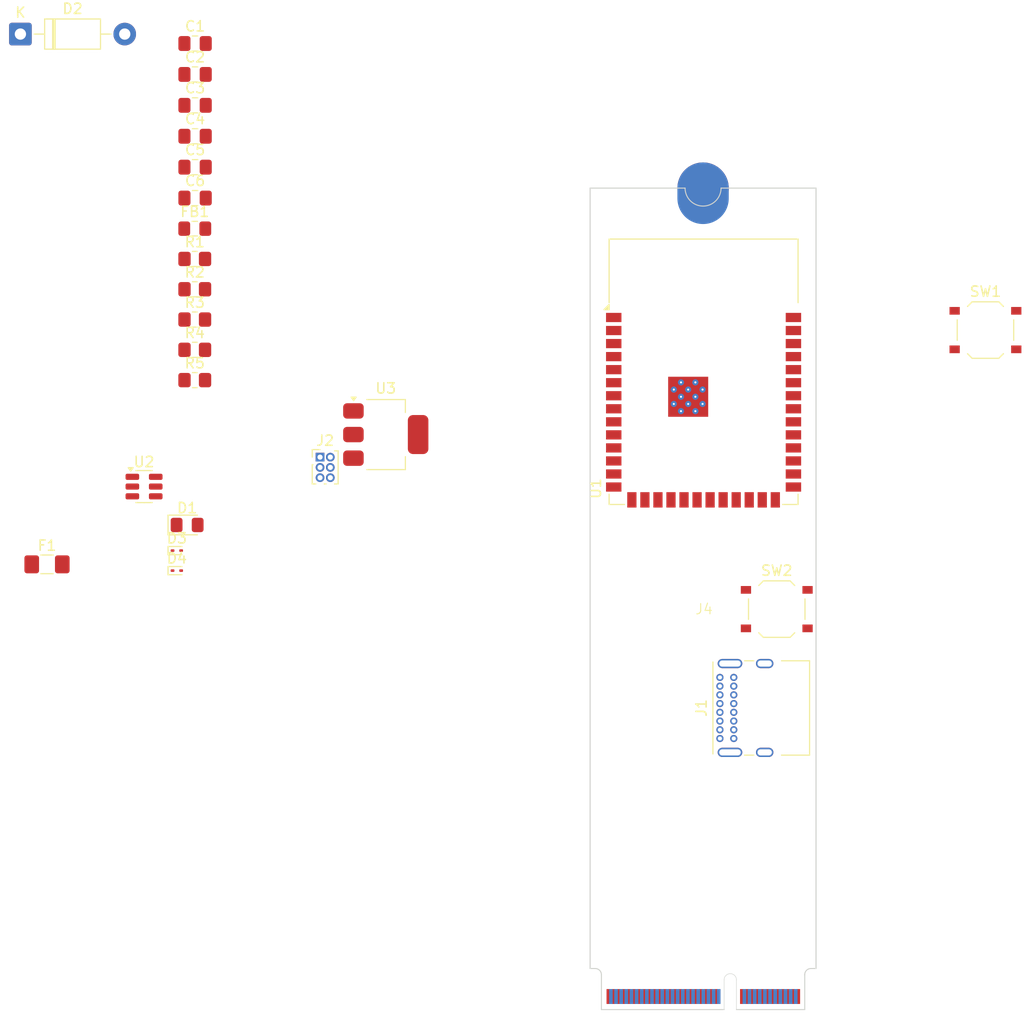
<source format=kicad_pcb>
(kicad_pcb (version 20241229) (generator "pcbnew") (generator_version "9.0")
  (layers (0 "F.Cu" signal) (4 "In1.Cu" signal) (6 "In2.Cu" signal) (2 "B.Cu" signal) (13 "F.Paste" user) (15 "B.Paste" user) (5 "F.SilkS" user "F.Silkscreen") (7 "B.SilkS" user "B.Silkscreen") (1 "F.Mask" user) (3 "B.Mask" user) (25 "Edge.Cuts" user))
  (net 0 "")
  (net 1 "GND")
  (net 2 "+5V")
  (net 3 "+3.3V")
  (net 4 "/ESP_EN")
  (net 5 "Net-(D1-A)")
  (net 6 "Net-(D2-A)")
  (net 7 "/ESP_IO0")
  (net 8 "Net-(F1-Pad1)")
  (net 9 "Net-(F1-Pad2)")
  (net 11 "/CC2")
  (net 12 "/D-")
  (net 13 "/D+")
  (net 15 "/CC1")
  (net 16 "/ESP_RXD")
  (net 17 "/ESP_TXD")
  (net 18 "Net-(U1-IO3)")
  (net 19 "/USB_D-")
  (net 20 "/USB_D+")
  (net 21 "Net-(J4-GND-Pad1)")
  (net 23 "Net-(J4-3.3V-Pad2)")
  (net 75 "/GPIO45")
  (net 76 "/GPIO15")
  (net 77 "/GPIO41")
  (net 78 "/GPIO13")
  (net 79 "/GPIO1")
  (net 80 "/GPIO17")
  (net 81 "/GPIO11")
  (net 82 "/GPIO2")
  (net 83 "/GPIO18")
  (net 84 "/GPIO40")
  (net 85 "/GPIO21")
  (net 86 "/GPIO39")
  (net 87 "/GPIO47")
  (net 88 "/GPIO12")
  (net 89 "/GPIO48")
  (net 90 "/GPIO8")
  (net 91 "/GPIO16")
  (net 92 "/GPIO5")
  (net 93 "/GPIO38")
  (net 94 "/GPIO35_P")
  (net 95 "/GPIO6")
  (net 96 "/GPIO36_P")
  (net 97 "/GPIO10")
  (net 98 "/GPIO4")
  (net 99 "/GPIO9")
  (net 100 "/GPIO14")
  (net 101 "/GPIO42")
  (net 102 "/GPIO37_P")
  (net 103 "/GPIO7")
  (net 104 "/GPIO46")
  (footprint "Resistor_SMD:R_0805_2012Metric_Pad1.20x1.40mm_HandSolder" (layer "F.Cu") (at 98.4 77.35)
    (property "Reference" "R4" (at 0 -1.65 0) (layer "F.SilkS"))
    (property "Value" "10k")
    (fp_line (start -0.227064 -0.735) (end 0.227064 -0.735) (stroke (width 0.12)) (layer "F.SilkS"))
    (fp_line (start -0.227064 0.735) (end 0.227064 0.735) (stroke (width 0.12)) (layer "F.SilkS"))
    (pad "1" smd roundrect (at -1 0) (size 1.2 1.4) (layers "F.Cu" "F.Mask" "F.Paste") (roundrect_rratio 0.208333) (net 3 "+3.3V"))
    (pad "2" smd roundrect (at 1 0) (size 1.2 1.4) (layers "F.Cu" "F.Mask" "F.Paste") (roundrect_rratio 0.208333) (net 4 "/ESP_EN"))
  )
  (footprint "Capacitor_SMD:C_0805_2012Metric_Pad1.18x1.45mm_HandSolder" (layer "F.Cu") (at 98.43 56.55)
    (property "Reference" "C4" (at 0 -1.68 0) (layer "F.SilkS"))
    (property "Value" "1u")
    (fp_line (start -0.261252 -0.735) (end 0.261252 -0.735) (stroke (width 0.12)) (layer "F.SilkS"))
    (fp_line (start -0.261252 0.735) (end 0.261252 0.735) (stroke (width 0.12)) (layer "F.SilkS"))
    (pad "1" smd roundrect (at -1.0375 0) (size 1.175 1.45) (layers "F.Cu" "F.Mask" "F.Paste") (roundrect_rratio 0.212766) (net 4 "/ESP_EN"))
    (pad "2" smd roundrect (at 1.0375 0) (size 1.175 1.45) (layers "F.Cu" "F.Mask" "F.Paste") (roundrect_rratio 0.212766) (net 1 "GND"))
  )
  (footprint "Connector_PinHeader_1.00mm:PinHeader_2x03_P1.00mm_Vertical" (layer "F.Cu") (at 110.6 87.8)
    (property "Reference" "J2" (at 0.5 -1.61 0) (layer "F.SilkS"))
    (property "Value" "Conn_02x03_Odd_Even")
    (fp_line (start -0.76 -0.735) (end 0 -0.735) (stroke (width 0.12)) (layer "F.SilkS"))
    (fp_line (start -0.76 0) (end -0.76 -0.735) (stroke (width 0.12)) (layer "F.SilkS"))
    (fp_line (start -0.76 0.735) (end -0.76 2.61) (stroke (width 0.12)) (layer "F.SilkS"))
    (fp_line (start -0.76 0.735) (end -0.685565 0.735) (stroke (width 0.12)) (layer "F.SilkS"))
    (fp_line (start -0.76 2.61) (end -0.41003 2.61) (stroke (width 0.12)) (layer "F.SilkS"))
    (fp_line (start 0.41003 2.61) (end 0.58997 2.61) (stroke (width 0.12)) (layer "F.SilkS"))
    (fp_line (start 1.41003 -0.61) (end 1.76 -0.61) (stroke (width 0.12)) (layer "F.SilkS"))
    (fp_line (start 1.41003 2.61) (end 1.76 2.61) (stroke (width 0.12)) (layer "F.SilkS"))
    (fp_line (start 1.76 -0.61) (end 1.76 2.61) (stroke (width 0.12)) (layer "F.SilkS"))
    (pad "1" thru_hole rect (at 0 0) (size 0.85 0.85) (drill 0.5) (layers "*.Cu" "*.Mask") (net 4 "/ESP_EN"))
    (pad "2" thru_hole circle (at 1 0) (size 0.85 0.85) (drill 0.5) (layers "*.Cu" "*.Mask") (net 3 "+3.3V"))
    (pad "3" thru_hole circle (at 0 1) (size 0.85 0.85) (drill 0.5) (layers "*.Cu" "*.Mask") (net 17 "/ESP_TXD"))
    (pad "4" thru_hole circle (at 1 1) (size 0.85 0.85) (drill 0.5) (layers "*.Cu" "*.Mask") (net 1 "GND"))
    (pad "5" thru_hole circle (at 0 2) (size 0.85 0.85) (drill 0.5) (layers "*.Cu" "*.Mask") (net 16 "/ESP_RXD"))
    (pad "6" thru_hole circle (at 1 2) (size 0.85 0.85) (drill 0.5) (layers "*.Cu" "*.Mask") (net 7 "/ESP_IO0"))
  )
  (footprint "Capacitor_SMD:C_0805_2012Metric_Pad1.18x1.45mm_HandSolder" (layer "F.Cu") (at 98.43 62.57)
    (property "Reference" "C6" (at 0 -1.68 0) (layer "F.SilkS"))
    (property "Value" "100u")
    (fp_line (start -0.261252 -0.735) (end 0.261252 -0.735) (stroke (width 0.12)) (layer "F.SilkS"))
    (fp_line (start -0.261252 0.735) (end 0.261252 0.735) (stroke (width 0.12)) (layer "F.SilkS"))
    (pad "1" smd roundrect (at -1.0375 0) (size 1.175 1.45) (layers "F.Cu" "F.Mask" "F.Paste") (roundrect_rratio 0.212766) (net 1 "GND"))
    (pad "2" smd roundrect (at 1.0375 0) (size 1.175 1.45) (layers "F.Cu" "F.Mask" "F.Paste") (roundrect_rratio 0.212766) (net 3 "+3.3V"))
  )
  (footprint "Diode_SMD:D_SOD-923" (layer "F.Cu") (at 96.655 96.9)
    (property "Reference" "D3" (at 0 -1.2 0) (layer "F.SilkS"))
    (property "Value" "ESD9B3.3ST5G")
    (fp_line (start -0.86 -0.4) (end -0.86 0.4) (stroke (width 0.12)) (layer "F.SilkS"))
    (fp_line (start 0.5 -0.4) (end -0.86 -0.4) (stroke (width 0.12)) (layer "F.SilkS"))
    (fp_line (start 0.5 0.4) (end -0.86 0.4) (stroke (width 0.12)) (layer "F.SilkS"))
    (pad "1" smd roundrect (at -0.42 0 180) (size 0.36 0.25) (layers "F.Cu" "F.Mask" "F.Paste") (net 1 "GND"))
    (pad "2" smd roundrect (at 0.42 0 180) (size 0.36 0.25) (layers "F.Cu" "F.Mask" "F.Paste") (net 4 "/ESP_EN"))
  )
  (footprint "Button_Switch_SMD:SW_Push_1P1T_XKB_TS-1187A" (layer "F.Cu") (at 175.4 75.425)
    (property "Reference" "SW1" (at 0 -3.75 0) (layer "F.SilkS"))
    (property "Value" "RESET")
    (fp_line (start -2.75 -1) (end -2.75 1) (stroke (width 0.12)) (layer "F.SilkS"))
    (fp_line (start -1.75 -2.3) (end -1.3 -2.75) (stroke (width 0.12)) (layer "F.SilkS"))
    (fp_line (start -1.75 2.3) (end -1.3 2.75) (stroke (width 0.12)) (layer "F.SilkS"))
    (fp_line (start -1.3 -2.75) (end 1.3 -2.75) (stroke (width 0.12)) (layer "F.SilkS"))
    (fp_line (start -1.3 2.75) (end 1.3 2.75) (stroke (width 0.12)) (layer "F.SilkS"))
    (fp_line (start 1.75 -2.3) (end 1.3 -2.75) (stroke (width 0.12)) (layer "F.SilkS"))
    (fp_line (start 1.75 2.3) (end 1.3 2.75) (stroke (width 0.12)) (layer "F.SilkS"))
    (fp_line (start 2.75 -1) (end 2.75 1) (stroke (width 0.12)) (layer "F.SilkS"))
    (pad "1" smd rect (at -3 -1.875) (size 1 0.75) (layers "F.Cu" "F.Mask" "F.Paste") (net 1 "GND"))
    (pad "1" smd rect (at 3 -1.875) (size 1 0.75) (layers "F.Cu" "F.Mask" "F.Paste") (net 1 "GND"))
    (pad "2" smd rect (at -3 1.875) (size 1 0.75) (layers "F.Cu" "F.Mask" "F.Paste") (net 4 "/ESP_EN"))
    (pad "2" smd rect (at 3 1.875) (size 1 0.75) (layers "F.Cu" "F.Mask" "F.Paste") (net 4 "/ESP_EN"))
  )
  (footprint "RF_Module:ESP32-S3-WROOM-1" (layer "F.Cu") (at 147.95 79.46)
    (property "Reference" "U1" (at -10.5 11.4 90) (layer "F.SilkS"))
    (property "Value" "ESP32-S3-WROOM-1")
    (fp_line (start -9.2 -12.9) (end -9.2 -6.7) (stroke (width 0.12)) (layer "F.SilkS"))
    (fp_line (start -9.2 -12.9) (end 9.2 -12.9) (stroke (width 0.12)) (layer "F.SilkS"))
    (fp_line (start -9.2 11.95) (end -9.2 12.95) (stroke (width 0.12)) (layer "F.SilkS"))
    (fp_line (start -9.2 12.95) (end -7.7 12.95) (stroke (width 0.12)) (layer "F.SilkS"))
    (fp_line (start 9.2 -12.9) (end 9.2 -6.7) (stroke (width 0.12)) (layer "F.SilkS"))
    (fp_line (start 9.2 12.95) (end 7.7 12.95) (stroke (width 0.12)) (layer "F.SilkS"))
    (fp_line (start 9.2 12.95) (end 9.2 11.95) (stroke (width 0.12)) (layer "F.SilkS"))
    (fp_poly (pts (xy -9.2 -6.025) (xy -9.7 -6.025) (xy -9.2 -6.525) (xy -9.2 -6.025)) (stroke (width 0.12)) (fill yes) (layer "F.SilkS"))
    (pad "1" smd rect (at -8.75 -5.26) (size 1.5 0.9) (layers "F.Cu" "F.Mask" "F.Paste") (net 1 "GND"))
    (pad "2" smd rect (at -8.75 -3.99) (size 1.5 0.9) (layers "F.Cu" "F.Mask" "F.Paste") (net 3 "+3.3V"))
    (pad "3" smd rect (at -8.75 -2.72) (size 1.5 0.9) (layers "F.Cu" "F.Mask" "F.Paste") (net 4 "/ESP_EN"))
    (pad "4" smd rect (at -8.75 -1.45) (size 1.5 0.9) (layers "F.Cu" "F.Mask" "F.Paste") (net 98 "/GPIO4"))
    (pad "5" smd rect (at -8.75 -0.18) (size 1.5 0.9) (layers "F.Cu" "F.Mask" "F.Paste") (net 92 "/GPIO5"))
    (pad "6" smd rect (at -8.75 1.09) (size 1.5 0.9) (layers "F.Cu" "F.Mask" "F.Paste") (net 95 "/GPIO6"))
    (pad "7" smd rect (at -8.75 2.36) (size 1.5 0.9) (layers "F.Cu" "F.Mask" "F.Paste") (net 103 "/GPIO7"))
    (pad "8" smd rect (at -8.75 3.63) (size 1.5 0.9) (layers "F.Cu" "F.Mask" "F.Paste") (net 76 "/GPIO15"))
    (pad "9" smd rect (at -8.75 4.9) (size 1.5 0.9) (layers "F.Cu" "F.Mask" "F.Paste") (net 91 "/GPIO16"))
    (pad "10" smd rect (at -8.75 6.17) (size 1.5 0.9) (layers "F.Cu" "F.Mask" "F.Paste") (net 80 "/GPIO17"))
    (pad "11" smd rect (at -8.75 7.44) (size 1.5 0.9) (layers "F.Cu" "F.Mask" "F.Paste") (net 83 "/GPIO18"))
    (pad "12" smd rect (at -8.75 8.71) (size 1.5 0.9) (layers "F.Cu" "F.Mask" "F.Paste") (net 90 "/GPIO8"))
    (pad "13" smd rect (at -8.75 9.98) (size 1.5 0.9) (layers "F.Cu" "F.Mask" "F.Paste") (net 19 "/USB_D-"))
    (pad "14" smd rect (at -8.75 11.25 180) (size 1.5 0.9) (layers "F.Cu" "F.Mask" "F.Paste") (net 20 "/USB_D+"))
    (pad "15" smd rect (at -6.985 12.5 270) (size 1.5 0.9) (layers "F.Cu" "F.Mask" "F.Paste") (net 18 "Net-(U1-IO3)"))
    (pad "16" smd rect (at -5.715 12.5 270) (size 1.5 0.9) (layers "F.Cu" "F.Mask" "F.Paste") (net 104 "/GPIO46"))
    (pad "17" smd rect (at -4.445 12.5 270) (size 1.5 0.9) (layers "F.Cu" "F.Mask" "F.Paste") (net 99 "/GPIO9"))
    (pad "18" smd rect (at -3.175 12.5 270) (size 1.5 0.9) (layers "F.Cu" "F.Mask" "F.Paste") (net 97 "/GPIO10"))
    (pad "19" smd rect (at -1.905 12.5 270) (size 1.5 0.9) (layers "F.Cu" "F.Mask" "F.Paste") (net 81 "/GPIO11"))
    (pad "20" smd rect (at -0.635 12.5 270) (size 1.5 0.9) (layers "F.Cu" "F.Mask" "F.Paste") (net 88 "/GPIO12"))
    (pad "21" smd rect (at 0.635 12.5 270) (size 1.5 0.9) (layers "F.Cu" "F.Mask" "F.Paste") (net 78 "/GPIO13"))
    (pad "22" smd rect (at 1.905 12.5 270) (size 1.5 0.9) (layers "F.Cu" "F.Mask" "F.Paste") (net 100 "/GPIO14"))
    (pad "23" smd rect (at 3.175 12.5 270) (size 1.5 0.9) (layers "F.Cu" "F.Mask" "F.Paste") (net 85 "/GPIO21"))
    (pad "24" smd rect (at 4.445 12.5 270) (size 1.5 0.9) (layers "F.Cu" "F.Mask" "F.Paste") (net 87 "/GPIO47"))
    (pad "25" smd rect (at 5.715 12.5 270) (size 1.5 0.9) (layers "F.Cu" "F.Mask" "F.Paste") (net 89 "/GPIO48"))
    (pad "26" smd rect (at 6.985 12.5 270) (size 1.5 0.9) (layers "F.Cu" "F.Mask" "F.Paste") (net 75 "/GPIO45"))
    (pad "27" smd rect (at 8.75 11.25) (size 1.5 0.9) (layers "F.Cu" "F.Mask" "F.Paste") (net 7 "/ESP_IO0"))
    (pad "28" smd rect (at 8.75 9.98) (size 1.5 0.9) (layers "F.Cu" "F.Mask" "F.Paste") (net 94 "/GPIO35_P"))
    (pad "29" smd rect (at 8.75 8.71) (size 1.5 0.9) (layers "F.Cu" "F.Mask" "F.Paste") (net 96 "/GPIO36_P"))
    (pad "30" smd rect (at 8.75 7.44) (size 1.5 0.9) (layers "F.Cu" "F.Mask" "F.Paste") (net 102 "/GPIO37_P"))
    (pad "31" smd rect (at 8.75 6.17) (size 1.5 0.9) (layers "F.Cu" "F.Mask" "F.Paste") (net 93 "/GPIO38"))
    (pad "32" smd rect (at 8.75 4.9) (size 1.5 0.9) (layers "F.Cu" "F.Mask" "F.Paste") (net 86 "/GPIO39"))
    (pad "33" smd rect (at 8.75 3.63) (size 1.5 0.9) (layers "F.Cu" "F.Mask" "F.Paste") (net 84 "/GPIO40"))
    (pad "34" smd rect (at 8.75 2.36) (size 1.5 0.9) (layers "F.Cu" "F.Mask" "F.Paste") (net 77 "/GPIO41"))
    (pad "35" smd rect (at 8.75 1.09) (size 1.5 0.9) (layers "F.Cu" "F.Mask" "F.Paste") (net 101 "/GPIO42"))
    (pad "36" smd rect (at 8.75 -0.18) (size 1.5 0.9) (layers "F.Cu" "F.Mask" "F.Paste") (net 16 "/ESP_RXD"))
    (pad "37" smd rect (at 8.75 -1.45) (size 1.5 0.9) (layers "F.Cu" "F.Mask" "F.Paste") (net 17 "/ESP_TXD"))
    (pad "38" smd rect (at 8.75 -2.72) (size 1.5 0.9) (layers "F.Cu" "F.Mask" "F.Paste") (net 82 "/GPIO2"))
    (pad "39" smd rect (at 8.75 -3.99) (size 1.5 0.9) (layers "F.Cu" "F.Mask" "F.Paste") (net 79 "/GPIO1"))
    (pad "40" smd rect (at 8.75 -5.26) (size 1.5 0.9) (layers "F.Cu" "F.Mask" "F.Paste") (net 1 "GND"))
    (pad "41" thru_hole circle (at -2.9 1.76 90) (size 0.6 0.6) (drill 0.2) (property pad_prop_heatsink) (layers "*.Cu" "F.Mask") (net 1 "GND"))
    (pad "41" thru_hole circle (at -2.9 3.16) (size 0.6 0.6) (drill 0.2) (property pad_prop_heatsink) (layers "*.Cu" "F.Mask") (net 1 "GND"))
    (pad "41" thru_hole circle (at -2.2 1.06) (size 0.6 0.6) (drill 0.2) (property pad_prop_heatsink) (layers "*.Cu" "F.Mask") (net 1 "GND"))
    (pad "41" thru_hole circle (at -2.2 2.46) (size 0.6 0.6) (drill 0.2) (property pad_prop_heatsink) (layers "*.Cu" "F.Mask") (net 1 "GND"))
    (pad "41" thru_hole circle (at -2.2 3.86) (size 0.6 0.6) (drill 0.2) (property pad_prop_heatsink) (layers "*.Cu" "F.Mask") (net 1 "GND"))
    (pad "41" thru_hole circle (at -1.5 1.76) (size 0.6 0.6) (drill 0.2) (property pad_prop_heatsink) (layers "*.Cu" "F.Mask") (net 1 "GND"))
    (pad "41" smd rect (at -1.5 2.46 270) (size 3.9 3.9) (property pad_prop_heatsink) (layers "F.Cu" "F.Mask") (net 1 "GND"))
    (pad "41" thru_hole circle (at -1.5 3.16) (size 0.6 0.6) (drill 0.2) (property pad_prop_heatsink) (layers "*.Cu" "F.Mask") (net 1 "GND"))
    (pad "41" thru_hole circle (at -0.8 1.06) (size 0.6 0.6) (drill 0.2) (property pad_prop_heatsink) (layers "*.Cu" "F.Mask") (net 1 "GND"))
    (pad "41" thru_hole circle (at -0.8 2.46) (size 0.6 0.6) (drill 0.2) (property pad_prop_heatsink) (layers "*.Cu" "F.Mask") (net 1 "GND"))
    (pad "41" thru_hole circle (at -0.8 3.86) (size 0.6 0.6) (drill 0.2) (property pad_prop_heatsink) (layers "*.Cu" "F.Mask") (net 1 "GND"))
    (pad "41" thru_hole circle (at -0.1 1.76) (size 0.6 0.6) (drill 0.2) (property pad_prop_heatsink) (layers "*.Cu" "F.Mask") (net 1 "GND"))
    (pad "41" thru_hole circle (at -0.1 3.16) (size 0.6 0.6) (drill 0.2) (property pad_prop_heatsink) (layers "*.Cu" "F.Mask") (net 1 "GND"))
  )
  (footprint "Package_TO_SOT_SMD:SOT-223" (layer "F.Cu") (at 117 85.6)
    (property "Reference" "U3" (at 0 -4.5 0) (layer "F.SilkS"))
    (property "Value" "TLV1117-33")
    (fp_line (start -1.85 -3.41) (end 1.91 -3.41) (stroke (width 0.12)) (layer "F.SilkS"))
    (fp_line (start -1.85 3.41) (end 1.91 3.41) (stroke (width 0.12)) (layer "F.SilkS"))
    (fp_line (start 1.91 -3.41) (end 1.91 -2.15) (stroke (width 0.12)) (layer "F.SilkS"))
    (fp_line (start 1.91 3.41) (end 1.91 2.15) (stroke (width 0.12)) (layer "F.SilkS"))
    (fp_poly (pts (xy -3.13 -3.31) (xy -3.37 -3.64) (xy -2.89 -3.64) (xy -3.13 -3.31)) (stroke (width 0.12)) (fill yes) (layer "F.SilkS"))
    (pad "1" smd roundrect (at -3.15 -2.3) (size 2 1.5) (layers "F.Cu" "F.Mask" "F.Paste") (net 1 "GND"))
    (pad "2" smd roundrect (at -3.15 0) (size 2 1.5) (layers "F.Cu" "F.Mask" "F.Paste") (net 3 "+3.3V"))
    (pad "3" smd roundrect (at -3.15 2.3) (size 2 1.5) (layers "F.Cu" "F.Mask" "F.Paste") (net 2 "+5V"))
    (pad "4" smd roundrect (at 3.15 0) (size 2 3.8) (layers "F.Cu" "F.Mask" "F.Paste"))
  )
  (footprint "Capacitor_SMD:C_0805_2012Metric_Pad1.18x1.45mm_HandSolder" (layer "F.Cu") (at 98.43 59.56)
    (property "Reference" "C5" (at 0 -1.68 0) (layer "F.SilkS"))
    (property "Value" "10u")
    (fp_line (start -0.261252 -0.735) (end 0.261252 -0.735) (stroke (width 0.12)) (layer "F.SilkS"))
    (fp_line (start -0.261252 0.735) (end 0.261252 0.735) (stroke (width 0.12)) (layer "F.SilkS"))
    (pad "1" smd roundrect (at -1.0375 0) (size 1.175 1.45) (layers "F.Cu" "F.Mask" "F.Paste") (roundrect_rratio 0.212766) (net 1 "GND"))
    (pad "2" smd roundrect (at 1.0375 0) (size 1.175 1.45) (layers "F.Cu" "F.Mask" "F.Paste") (roundrect_rratio 0.212766) (net 3 "+3.3V"))
  )
  (footprint "Diode_SMD:D_SOD-923" (layer "F.Cu") (at 96.655 98.85)
    (property "Reference" "D4" (at 0 -1.2 0) (layer "F.SilkS"))
    (property "Value" "ESD9B3.3ST5G")
    (fp_line (start -0.86 -0.4) (end -0.86 0.4) (stroke (width 0.12)) (layer "F.SilkS"))
    (fp_line (start 0.5 -0.4) (end -0.86 -0.4) (stroke (width 0.12)) (layer "F.SilkS"))
    (fp_line (start 0.5 0.4) (end -0.86 0.4) (stroke (width 0.12)) (layer "F.SilkS"))
    (pad "1" smd roundrect (at -0.42 0 180) (size 0.36 0.25) (layers "F.Cu" "F.Mask" "F.Paste") (net 1 "GND"))
    (pad "2" smd roundrect (at 0.42 0 180) (size 0.36 0.25) (layers "F.Cu" "F.Mask" "F.Paste") (net 7 "/ESP_IO0"))
  )
  (footprint "Resistor_SMD:R_0805_2012Metric_Pad1.20x1.40mm_HandSolder" (layer "F.Cu") (at 98.4 74.4)
    (property "Reference" "R3" (at 0 -1.65 0) (layer "F.SilkS"))
    (property "Value" "1K")
    (fp_line (start -0.227064 -0.735) (end 0.227064 -0.735) (stroke (width 0.12)) (layer "F.SilkS"))
    (fp_line (start -0.227064 0.735) (end 0.227064 0.735) (stroke (width 0.12)) (layer "F.SilkS"))
    (pad "1" smd roundrect (at -1 0) (size 1.2 1.4) (layers "F.Cu" "F.Mask" "F.Paste") (roundrect_rratio 0.208333) (net 3 "+3.3V"))
    (pad "2" smd roundrect (at 1 0) (size 1.2 1.4) (layers "F.Cu" "F.Mask" "F.Paste") (roundrect_rratio 0.208333) (net 5 "Net-(D1-A)"))
  )
  (footprint "LED_SMD:LED_0805_2012Metric_Pad1.15x1.40mm_HandSolder" (layer "F.Cu") (at 97.655 94.405)
    (property "Reference" "D1" (at 0 -1.65 0) (layer "F.SilkS"))
    (property "Value" "LED_Small")
    (fp_line (start -1.86 -0.96) (end -1.86 0.96) (stroke (width 0.12)) (layer "F.SilkS"))
    (fp_line (start -1.86 0.96) (end 1 0.96) (stroke (width 0.12)) (layer "F.SilkS"))
    (fp_line (start 1 -0.96) (end -1.86 -0.96) (stroke (width 0.12)) (layer "F.SilkS"))
    (pad "1" smd roundrect (at -1.025 0) (size 1.15 1.4) (layers "F.Cu" "F.Mask" "F.Paste") (roundrect_rratio 0.217391) (net 1 "GND"))
    (pad "2" smd roundrect (at 1.025 0) (size 1.15 1.4) (layers "F.Cu" "F.Mask" "F.Paste") (roundrect_rratio 0.217391) (net 5 "Net-(D1-A)"))
  )
  (footprint "Inductor_SMD:L_0805_2012Metric_Pad1.15x1.40mm_HandSolder" (layer "F.Cu") (at 98.4 65.55)
    (property "Reference" "FB1" (at 0 -1.65 0) (layer "F.SilkS"))
    (property "Value" "BLM21PG220")
    (fp_line (start -0.261252 -0.71) (end 0.261252 -0.71) (stroke (width 0.12)) (layer "F.SilkS"))
    (fp_line (start -0.261252 0.71) (end 0.261252 0.71) (stroke (width 0.12)) (layer "F.SilkS"))
    (pad "1" smd roundrect (at -1.025 0) (size 1.15 1.4) (layers "F.Cu" "F.Mask" "F.Paste") (roundrect_rratio 0.217391) (net 9 "Net-(F1-Pad2)"))
    (pad "2" smd roundrect (at 1.025 0) (size 1.15 1.4) (layers "F.Cu" "F.Mask" "F.Paste") (roundrect_rratio 0.217391) (net 6 "Net-(D2-A)"))
  )
  (footprint "Capacitor_SMD:C_0805_2012Metric_Pad1.18x1.45mm_HandSolder" (layer "F.Cu") (at 98.43 47.52)
    (property "Reference" "C1" (at 0 -1.68 0) (layer "F.SilkS"))
    (property "Value" "100n")
    (fp_line (start -0.261252 -0.735) (end 0.261252 -0.735) (stroke (width 0.12)) (layer "F.SilkS"))
    (fp_line (start -0.261252 0.735) (end 0.261252 0.735) (stroke (width 0.12)) (layer "F.SilkS"))
    (pad "1" smd roundrect (at -1.0375 0) (size 1.175 1.45) (layers "F.Cu" "F.Mask" "F.Paste") (roundrect_rratio 0.212766) (net 2 "+5V"))
    (pad "2" smd roundrect (at 1.0375 0) (size 1.175 1.45) (layers "F.Cu" "F.Mask" "F.Paste") (roundrect_rratio 0.212766) (net 1 "GND"))
  )
  (footprint "M.2:2280-key-E" (layer "F.Cu") (at 135.9 98.6)
    (property "Reference" "J4" (at 12.1 4 0) (layer "F.SilkS") (effects (font (thickness 0.1))))
    (property "Value" "Bus_M.2_Socket_E")
    (fp_line (start 1 -37) (end 1 39) (stroke (width 0.1)) (layer "Edge.Cuts"))
    (fp_line (start 1 -37) (end 10.25 -37) (stroke (width 0.1)) (layer "Edge.Cuts"))
    (fp_line (start 1 39) (end 1.5 39) (stroke (width 0.1)) (layer "Edge.Cuts"))
    (fp_line (start 2.1 39.6) (end 2.1 43) (stroke (width 0.1)) (layer "Edge.Cuts"))
    (fp_line (start 2.1 43) (end 14.05 43) (stroke (width 0.1)) (layer "Edge.Cuts"))
    (fp_line (start 14.05 43) (end 14.05 40.1) (stroke (width 0.05)) (layer "Edge.Cuts"))
    (fp_line (start 15.25 40.1) (end 15.25 43) (stroke (width 0.05)) (layer "Edge.Cuts"))
    (fp_line (start 15.25 43) (end 21.9 43) (stroke (width 0.1)) (layer "Edge.Cuts"))
    (fp_line (start 21.9 39.6) (end 21.9 43) (stroke (width 0.1)) (layer "Edge.Cuts"))
    (fp_line (start 23 -37) (end 13.75 -37) (stroke (width 0.1)) (layer "Edge.Cuts"))
    (fp_line (start 23 -37) (end 23 39) (stroke (width 0.1)) (layer "Edge.Cuts"))
    (fp_line (start 23 39) (end 22.5 39) (stroke (width 0.1)) (layer "Edge.Cuts"))
    (fp_arc (start 1.5 39) (mid 1.924264 39.175736) (end 2.1 39.6) (stroke (width 0.1)) (layer "Edge.Cuts"))
    (fp_arc (start 13.75 -37) (mid 12 -35.25) (end 10.25 -37) (stroke (width 0.1)) (layer "Edge.Cuts"))
    (fp_arc (start 14.05 40.1) (mid 14.65 39.5) (end 15.25 40.1) (stroke (width 0.05)) (layer "Edge.Cuts"))
    (fp_arc (start 21.9 39.6) (mid 22.075736 39.175736) (end 22.5 39) (stroke (width 0.1)) (layer "Edge.Cuts"))
    (pad "1" connect rect (at 21.275 41.725) (size 0.35 1.45) (layers "F.Cu" "F.Mask") (net 21 "Net-(J4-GND-Pad1)"))
    (pad "2" connect rect (at 21.025 41.725) (size 0.35 1.45) (layers "B.Cu" "B.Mask") (net 23 "Net-(J4-3.3V-Pad2)"))
    (pad "3" connect rect (at 20.775 41.725) (size 0.35 1.45) (layers "F.Cu" "F.Mask"))
    (pad "4" connect rect (at 20.525 41.725) (size 0.35 1.45) (layers "B.Cu" "B.Mask") (net 23 "Net-(J4-3.3V-Pad2)"))
    (pad "5" connect rect (at 20.275 41.725) (size 0.35 1.45) (layers "F.Cu" "F.Mask"))
    (pad "6" connect rect (at 20.025 41.725) (size 0.35 1.45) (layers "B.Cu" "B.Mask"))
    (pad "7" connect rect (at 19.775 41.725) (size 0.35 1.45) (layers "F.Cu" "F.Mask") (net 21 "Net-(J4-GND-Pad1)"))
    (pad "8" connect rect (at 19.525 41.725) (size 0.35 1.45) (layers "B.Cu" "B.Mask"))
    (pad "9" connect rect (at 19.275 41.725) (size 0.35 1.45) (layers "F.Cu" "F.Mask"))
    (pad "10" connect rect (at 19.025 41.725) (size 0.35 1.45) (layers "B.Cu" "B.Mask"))
    (pad "11" connect rect (at 18.775 41.725) (size 0.35 1.45) (layers "F.Cu" "F.Mask"))
    (pad "12" connect rect (at 18.525 41.725) (size 0.35 1.45) (layers "B.Cu" "B.Mask"))
    (pad "13" connect rect (at 18.275 41.725) (size 0.35 1.45) (layers "F.Cu" "F.Mask"))
    (pad "14" connect rect (at 18.025 41.725) (size 0.35 1.45) (layers "B.Cu" "B.Mask"))
    (pad "15" connect rect (at 17.775 41.725) (size 0.35 1.45) (layers "F.Cu" "F.Mask"))
    (pad "16" connect rect (at 17.525 41.725) (size 0.35 1.45) (layers "B.Cu" "B.Mask"))
    (pad "17" connect rect (at 17.275 41.725) (size 0.35 1.45) (layers "F.Cu" "F.Mask"))
    (pad "18" connect rect (at 17.025 41.725) (size 0.35 1.45) (layers "B.Cu" "B.Mask") (net 21 "Net-(J4-GND-Pad1)"))
    (pad "19" connect rect (at 16.775 41.725) (size 0.35 1.45) (layers "F.Cu" "F.Mask"))
    (pad "20" connect rect (at 16.525 41.725) (size 0.35 1.45) (layers "B.Cu" "B.Mask"))
    (pad "21" connect rect (at 16.275 41.725) (size 0.35 1.45) (layers "F.Cu" "F.Mask"))
    (pad "22" connect rect (at 16.025 41.725) (size 0.35 1.45) (layers "B.Cu" "B.Mask"))
    (pad "23" connect rect (at 15.775 41.725) (size 0.35 1.45) (layers "F.Cu" "F.Mask"))
    (pad "32" connect rect (at 13.525 41.725) (size 0.35 1.45) (layers "B.Cu" "B.Mask"))
    (pad "33" connect rect (at 13.275 41.725) (size 0.35 1.45) (layers "F.Cu" "F.Mask") (net 21 "Net-(J4-GND-Pad1)"))
    (pad "34" connect rect (at 13.025 41.725) (size 0.35 1.45) (layers "B.Cu" "B.Mask"))
    (pad "35" connect rect (at 12.775 41.725) (size 0.35 1.45) (layers "F.Cu" "F.Mask"))
    (pad "36" connect rect (at 12.525 41.725) (size 0.35 1.45) (layers "B.Cu" "B.Mask"))
    (pad "37" connect rect (at 12.275 41.725) (size 0.35 1.45) (layers "F.Cu" "F.Mask"))
    (pad "38" connect rect (at 12.025 41.725) (size 0.35 1.45) (layers "B.Cu" "B.Mask"))
    (pad "39" connect rect (at 11.775 41.725) (size 0.35 1.45) (layers "F.Cu" "F.Mask") (net 21 "Net-(J4-GND-Pad1)"))
    (pad "40" connect rect (at 11.525 41.725) (size 0.35 1.45) (layers "B.Cu" "B.Mask"))
    (pad "41" connect rect (at 11.275 41.725) (size 0.35 1.45) (layers "F.Cu" "F.Mask"))
    (pad "42" connect rect (at 11.025 41.725) (size 0.35 1.45) (layers "B.Cu" "B.Mask"))
    (pad "43" connect rect (at 10.775 41.725) (size 0.35 1.45) (layers "F.Cu" "F.Mask"))
    (pad "44" connect rect (at 10.525 41.725) (size 0.35 1.45) (layers "B.Cu" "B.Mask"))
    (pad "45" connect rect (at 10.275 41.725) (size 0.35 1.45) (layers "F.Cu" "F.Mask") (net 21 "Net-(J4-GND-Pad1)"))
    (pad "46" connect rect (at 10.025 41.725) (size 0.35 1.45) (layers "B.Cu" "B.Mask"))
    (pad "47" connect rect (at 9.775 41.725) (size 0.35 1.45) (layers "F.Cu" "F.Mask"))
    (pad "48" connect rect (at 9.525 41.725) (size 0.35 1.45) (layers "B.Cu" "B.Mask"))
    (pad "49" connect rect (at 9.275 41.725) (size 0.35 1.45) (layers "F.Cu" "F.Mask"))
    (pad "50" connect rect (at 9.025 41.725) (size 0.35 1.45) (layers "B.Cu" "B.Mask"))
    (pad "51" connect rect (at 8.775 41.725) (size 0.35 1.45) (layers "F.Cu" "F.Mask") (net 21 "Net-(J4-GND-Pad1)"))
    (pad "52" connect rect (at 8.525 41.725) (size 0.35 1.45) (layers "B.Cu" "B.Mask"))
    (pad "53" connect rect (at 8.275 41.725) (size 0.35 1.45) (layers "F.Cu" "F.Mask"))
    (pad "54" connect rect (at 8.025 41.725) (size 0.35 1.45) (layers "B.Cu" "B.Mask"))
    (pad "55" connect rect (at 7.775 41.725) (size 0.35 1.45) (layers "F.Cu" "F.Mask"))
    (pad "56" connect rect (at 7.525 41.725) (size 0.35 1.45) (layers "B.Cu" "B.Mask"))
    (pad "57" connect rect (at 7.275 41.725) (size 0.35 1.45) (layers "F.Cu" "F.Mask") (net 21 "Net-(J4-GND-Pad1)"))
    (pad "58" connect rect (at 7.025 41.725) (size 0.35 1.45) (layers "B.Cu" "B.Mask"))
    (pad "59" connect rect (at 6.775 41.725) (size 0.35 1.45) (layers "F.Cu" "F.Mask"))
    (pad "60" connect rect (at 6.525 41.725) (size 0.35 1.45) (layers "B.Cu" "B.Mask"))
    (pad "61" connect rect (at 6.275 41.725) (size 0.35 1.45) (layers "F.Cu" "F.Mask"))
    (pad "62" connect rect (at 6.025 41.725) (size 0.35 1.45) (layers "B.Cu" "B.Mask"))
    (pad "63" connect rect (at 5.775 41.725) (size 0.35 1.45) (layers "F.Cu" "F.Mask") (net 21 "Net-(J4-GND-Pad1)"))
    (pad "64" connect rect (at 5.525 41.725) (size 0.35 1.45) (layers "B.Cu" "B.Mask"))
    (pad "65" connect rect (at 5.275 41.725) (size 0.35 1.45) (layers "F.Cu" "F.Mask"))
    (pad "66" connect rect (at 5.025 41.725) (size 0.35 1.45) (layers "B.Cu" "B.Mask"))
    (pad "67" connect rect (at 4.775 41.725) (size 0.35 1.45) (layers "F.Cu" "F.Mask"))
    (pad "68" connect rect (at 4.525 41.725) (size 0.35 1.45) (layers "B.Cu" "B.Mask"))
    (pad "69" connect rect (at 4.275 41.725) (size 0.35 1.45) (layers "F.Cu" "F.Mask") (net 21 "Net-(J4-GND-Pad1)"))
    (pad "70" connect rect (at 4.025 41.725) (size 0.35 1.45) (layers "B.Cu" "B.Mask"))
    (pad "71" connect rect (at 3.775 41.725) (size 0.35 1.45) (layers "F.Cu" "F.Mask"))
    (pad "72" connect rect (at 3.525 41.725) (size 0.35 1.45) (layers "B.Cu" "B.Mask") (net 23 "Net-(J4-3.3V-Pad2)"))
    (pad "73" connect rect (at 3.275 41.725) (size 0.35 1.45) (layers "F.Cu" "F.Mask"))
    (pad "74" connect rect (at 3.025 41.725) (size 0.35 1.45) (layers "B.Cu" "B.Mask") (net 23 "Net-(J4-3.3V-Pad2)"))
    (pad "75" connect rect (at 2.775 41.725) (size 0.35 1.45) (layers "F.Cu" "F.Mask") (net 21 "Net-(J4-GND-Pad1)"))
    (pad "76" connect circle (at 12 -37) (size 5 5) (layers "F.Cu" "F.Mask"))
    (pad "77" connect oval (at 12 -36.5) (size 5 6) (layers "B.Cu" "B.Mask"))
  )
  (footprint "Resistor_SMD:R_0805_2012Metric_Pad1.20x1.40mm_HandSolder" (layer "F.Cu") (at 98.4 80.3)
    (property "Reference" "R5" (at 0 -1.65 0) (layer "F.SilkS"))
    (property "Value" "10k")
    (fp_line (start -0.227064 -0.735) (end 0.227064 -0.735) (stroke (width 0.12)) (layer "F.SilkS"))
    (fp_line (start -0.227064 0.735) (end 0.227064 0.735) (stroke (width 0.12)) (layer "F.SilkS"))
    (pad "1" smd roundrect (at -1 0) (size 1.2 1.4) (layers "F.Cu" "F.Mask" "F.Paste") (roundrect_rratio 0.208333) (net 18 "Net-(U1-IO3)"))
    (pad "2" smd roundrect (at 1 0) (size 1.2 1.4) (layers "F.Cu" "F.Mask" "F.Paste") (roundrect_rratio 0.208333) (net 3 "+3.3V"))
  )
  (footprint "Connector_USB:USB_C_Receptacle_GCT_USB4085" (layer "F.Cu") (at 149.54 115.2 90)
    (property "Reference" "J1" (at 2.975 -1.8 90) (layer "F.SilkS"))
    (property "Value" "USB_C_Receptacle_USB2.0_16P")
    (fp_line (start -1.5 -0.68) (end 7.45 -0.68) (stroke (width 0.12)) (layer "F.SilkS"))
    (fp_line (start 7.57 2.4) (end 7.57 3.3) (stroke (width 0.12)) (layer "F.SilkS"))
    (fp_line (start -1.62 2.4) (end -1.62 3.3) (stroke (width 0.12)) (layer "F.SilkS"))
    (fp_line (start 7.57 6) (end 7.57 8.73) (stroke (width 0.12)) (layer "F.SilkS"))
    (fp_line (start -1.62 6) (end -1.62 8.73) (stroke (width 0.12)) (layer "F.SilkS"))
    (fp_line (start -1.62 8.73) (end 7.57 8.73) (stroke (width 0.12)) (layer "F.SilkS"))
    (pad "A1" thru_hole circle (at 0 0 90) (size 0.7 0.7) (drill 0.4) (layers "*.Cu" "*.Mask") (net 1 "GND"))
    (pad "A4" thru_hole circle (at 0.85 0 90) (size 0.7 0.7) (drill 0.4) (layers "*.Cu" "*.Mask") (net 8 "Net-(F1-Pad1)"))
    (pad "A5" thru_hole circle (at 1.7 0 90) (size 0.7 0.7) (drill 0.4) (layers "*.Cu" "*.Mask") (net 15 "/CC1"))
    (pad "A6" thru_hole circle (at 2.55 0 90) (size 0.7 0.7) (drill 0.4) (layers "*.Cu" "*.Mask") (net 13 "/D+"))
    (pad "A7" thru_hole circle (at 3.4 0 90) (size 0.7 0.7) (drill 0.4) (layers "*.Cu" "*.Mask") (net 12 "/D-"))
    (pad "A8" thru_hole circle (at 4.25 0 90) (size 0.7 0.7) (drill 0.4) (layers "*.Cu" "*.Mask"))
    (pad "A9" thru_hole circle (at 5.1 0 90) (size 0.7 0.7) (drill 0.4) (layers "*.Cu" "*.Mask") (net 8 "Net-(F1-Pad1)"))
    (pad "A12" thru_hole circle (at 5.95 0 90) (size 0.7 0.7) (drill 0.4) (layers "*.Cu" "*.Mask") (net 1 "GND"))
    (pad "B1" thru_hole circle (at 5.95 1.35 90) (size 0.7 0.7) (drill 0.4) (layers "*.Cu" "*.Mask") (net 1 "GND"))
    (pad "B4" thru_hole circle (at 5.1 1.35 90) (size 0.7 0.7) (drill 0.4) (layers "*.Cu" "*.Mask") (net 8 "Net-(F1-Pad1)"))
    (pad "B5" thru_hole circle (at 4.25 1.35 90) (size 0.7 0.7) (drill 0.4) (layers "*.Cu" "*.Mask") (net 11 "/CC2"))
    (pad "B6" thru_hole circle (at 3.4 1.35 90) (size 0.7 0.7) (drill 0.4) (layers "*.Cu" "*.Mask") (net 13 "/D+"))
    (pad "B7" thru_hole circle (at 2.55 1.35 90) (size 0.7 0.7) (drill 0.4) (layers "*.Cu" "*.Mask") (net 12 "/D-"))
    (pad "B8" thru_hole circle (at 1.7 1.35 90) (size 0.7 0.7) (drill 0.4) (layers "*.Cu" "*.Mask"))
    (pad "B9" thru_hole circle (at 0.85 1.35 90) (size 0.7 0.7) (drill 0.4) (layers "*.Cu" "*.Mask") (net 8 "Net-(F1-Pad1)"))
    (pad "B12" thru_hole circle (at 0 1.35 90) (size 0.7 0.7) (drill 0.4) (layers "*.Cu" "*.Mask") (net 1 "GND"))
    (pad "S1" thru_hole oval (at -1.35 0.98 90) (size 0.9 2.4) (drill oval 0.6 2.1) (layers "*.Cu" "*.Mask") (net 1 "GND"))
    (pad "S1" thru_hole oval (at -1.35 4.36 90) (size 0.9 1.7) (drill oval 0.6 1.4) (layers "*.Cu" "*.Mask") (net 1 "GND"))
    (pad "S1" thru_hole oval (at 7.3 0.98 90) (size 0.9 2.4) (drill oval 0.6 2.1) (layers "*.Cu" "*.Mask") (net 1 "GND"))
    (pad "S1" thru_hole oval (at 7.3 4.36 90) (size 0.9 1.7) (drill oval 0.6 1.4) (layers "*.Cu" "*.Mask") (net 1 "GND"))
  )
  (footprint "Diode_THT:D_DO-41_SOD81_P10.16mm_Horizontal" (layer "F.Cu") (at 81.42 46.6)
    (property "Reference" "D2" (at 5.08 -2.47 0) (layer "F.SilkS"))
    (property "Value" "1N5817")
    (fp_line (start 1.34 0) (end 2.36 0) (stroke (width 0.12)) (layer "F.SilkS"))
    (fp_line (start 3.14 -1.47) (end 3.14 1.47) (stroke (width 0.12)) (layer "F.SilkS"))
    (fp_line (start 3.26 -1.47) (end 3.26 1.47) (stroke (width 0.12)) (layer "F.SilkS"))
    (fp_line (start 3.38 -1.47) (end 3.38 1.47) (stroke (width 0.12)) (layer "F.SilkS"))
    (fp_line (start 8.82 0) (end 7.8 0) (stroke (width 0.12)) (layer "F.SilkS"))
    (fp_rect (start 2.36 -1.47) (end 7.8 1.47) (stroke (width 0.12)) (fill no) (layer "F.SilkS"))
    (fp_text user "K" (at 0 -2.1 0) (layer "F.SilkS"))
    (pad "1" thru_hole roundrect (at 0 0) (size 2.2 2.2) (drill 1.1) (layers "*.Cu" "*.Mask") (roundrect_rratio 0.113636) (net 2 "+5V"))
    (pad "2" thru_hole circle (at 10.16 0) (size 2.2 2.2) (drill 1.1) (layers "*.Cu" "*.Mask") (net 6 "Net-(D2-A)"))
  )
  (footprint "Capacitor_SMD:C_0805_2012Metric_Pad1.18x1.45mm_HandSolder" (layer "F.Cu") (at 98.43 50.53)
    (property "Reference" "C2" (at 0 -1.68 0) (layer "F.SilkS"))
    (property "Value" "22n")
    (fp_line (start -0.261252 -0.735) (end 0.261252 -0.735) (stroke (width 0.12)) (layer "F.SilkS"))
    (fp_line (start -0.261252 0.735) (end 0.261252 0.735) (stroke (width 0.12)) (layer "F.SilkS"))
    (pad "1" smd roundrect (at -1.0375 0) (size 1.175 1.45) (layers "F.Cu" "F.Mask" "F.Paste") (roundrect_rratio 0.212766) (net 2 "+5V"))
    (pad "2" smd roundrect (at 1.0375 0) (size 1.175 1.45) (layers "F.Cu" "F.Mask" "F.Paste") (roundrect_rratio 0.212766) (net 1 "GND"))
  )
  (footprint "Button_Switch_SMD:SW_Push_1P1T_XKB_TS-1187A" (layer "F.Cu") (at 155.075 102.6)
    (property "Reference" "SW2" (at 0 -3.75 0) (layer "F.SilkS"))
    (property "Value" "BOOT")
    (fp_line (start -2.75 -1) (end -2.75 1) (stroke (width 0.12)) (layer "F.SilkS"))
    (fp_line (start -1.75 -2.3) (end -1.3 -2.75) (stroke (width 0.12)) (layer "F.SilkS"))
    (fp_line (start -1.75 2.3) (end -1.3 2.75) (stroke (width 0.12)) (layer "F.SilkS"))
    (fp_line (start -1.3 -2.75) (end 1.3 -2.75) (stroke (width 0.12)) (layer "F.SilkS"))
    (fp_line (start -1.3 2.75) (end 1.3 2.75) (stroke (width 0.12)) (layer "F.SilkS"))
    (fp_line (start 1.75 -2.3) (end 1.3 -2.75) (stroke (width 0.12)) (layer "F.SilkS"))
    (fp_line (start 1.75 2.3) (end 1.3 2.75) (stroke (width 0.12)) (layer "F.SilkS"))
    (fp_line (start 2.75 -1) (end 2.75 1) (stroke (width 0.12)) (layer "F.SilkS"))
    (pad "1" smd rect (at -3 -1.875) (size 1 0.75) (layers "F.Cu" "F.Mask" "F.Paste") (net 1 "GND"))
    (pad "1" smd rect (at 3 -1.875) (size 1 0.75) (layers "F.Cu" "F.Mask" "F.Paste") (net 1 "GND"))
    (pad "2" smd rect (at -3 1.875) (size 1 0.75) (layers "F.Cu" "F.Mask" "F.Paste") (net 7 "/ESP_IO0"))
    (pad "2" smd rect (at 3 1.875) (size 1 0.75) (layers "F.Cu" "F.Mask" "F.Paste") (net 7 "/ESP_IO0"))
  )
  (footprint "Resistor_SMD:R_0805_2012Metric_Pad1.20x1.40mm_HandSolder" (layer "F.Cu") (at 98.4 71.45)
    (property "Reference" "R2" (at 0 -1.65 0) (layer "F.SilkS"))
    (property "Value" "5.1K")
    (fp_line (start -0.227064 -0.735) (end 0.227064 -0.735) (stroke (width 0.12)) (layer "F.SilkS"))
    (fp_line (start -0.227064 0.735) (end 0.227064 0.735) (stroke (width 0.12)) (layer "F.SilkS"))
    (pad "1" smd roundrect (at -1 0) (size 1.2 1.4) (layers "F.Cu" "F.Mask" "F.Paste") (roundrect_rratio 0.208333) (net 11 "/CC2"))
    (pad "2" smd roundrect (at 1 0) (size 1.2 1.4) (layers "F.Cu" "F.Mask" "F.Paste") (roundrect_rratio 0.208333) (net 1 "GND"))
  )
  (footprint "Resistor_SMD:R_0805_2012Metric_Pad1.20x1.40mm_HandSolder" (layer "F.Cu") (at 98.4 68.5)
    (property "Reference" "R1" (at 0 -1.65 0) (layer "F.SilkS"))
    (property "Value" "5.1K")
    (fp_line (start -0.227064 -0.735) (end 0.227064 -0.735) (stroke (width 0.12)) (layer "F.SilkS"))
    (fp_line (start -0.227064 0.735) (end 0.227064 0.735) (stroke (width 0.12)) (layer "F.SilkS"))
    (pad "1" smd roundrect (at -1 0) (size 1.2 1.4) (layers "F.Cu" "F.Mask" "F.Paste") (roundrect_rratio 0.208333) (net 15 "/CC1"))
    (pad "2" smd roundrect (at 1 0) (size 1.2 1.4) (layers "F.Cu" "F.Mask" "F.Paste") (roundrect_rratio 0.208333) (net 1 "GND"))
  )
  (footprint "Fuse:Fuse_1206_3216Metric_Pad1.42x1.75mm_HandSolder" (layer "F.Cu") (at 84.01 98.24)
    (property "Reference" "F1" (at 0 -1.83 0) (layer "F.SilkS"))
    (property "Value" "Polyfuse 1A")
    (fp_line (start -0.602064 -0.91) (end 0.602064 -0.91) (stroke (width 0.12)) (layer "F.SilkS"))
    (fp_line (start -0.602064 0.91) (end 0.602064 0.91) (stroke (width 0.12)) (layer "F.SilkS"))
    (pad "1" smd roundrect (at -1.4875 0) (size 1.425 1.75) (layers "F.Cu" "F.Mask" "F.Paste") (roundrect_rratio 0.175439) (net 8 "Net-(F1-Pad1)"))
    (pad "2" smd roundrect (at 1.4875 0) (size 1.425 1.75) (layers "F.Cu" "F.Mask" "F.Paste") (roundrect_rratio 0.175439) (net 9 "Net-(F1-Pad2)"))
  )
  (footprint "Package_TO_SOT_SMD:SOT-23-6" (layer "F.Cu") (at 93.46 90.665)
    (property "Reference" "U2" (at 0 -2.4 0) (layer "F.SilkS"))
    (property "Value" "USBLC6-2SC6")
    (fp_line (start 0 -1.56) (end -0.8 -1.56) (stroke (width 0.12)) (layer "F.SilkS"))
    (fp_line (start 0 -1.56) (end 0.8 -1.56) (stroke (width 0.12)) (layer "F.SilkS"))
    (fp_line (start 0 1.56) (end -0.8 1.56) (stroke (width 0.12)) (layer "F.SilkS"))
    (fp_line (start 0 1.56) (end 0.8 1.56) (stroke (width 0.12)) (layer "F.SilkS"))
    (fp_poly (pts (xy -1.3 -1.51) (xy -1.54 -1.84) (xy -1.06 -1.84)) (stroke (width 0.12)) (fill yes) (layer "F.SilkS"))
    (pad "1" smd roundrect (at -1.1375 -0.95) (size 1.325 0.6) (layers "F.Cu" "F.Mask" "F.Paste") (net 13 "/D+"))
    (pad "2" smd roundrect (at -1.1375 0) (size 1.325 0.6) (layers "F.Cu" "F.Mask" "F.Paste") (net 1 "GND"))
    (pad "3" smd roundrect (at -1.1375 0.95) (size 1.325 0.6) (layers "F.Cu" "F.Mask" "F.Paste") (net 12 "/D-"))
    (pad "4" smd roundrect (at 1.1375 0.95) (size 1.325 0.6) (layers "F.Cu" "F.Mask" "F.Paste") (net 19 "/USB_D-"))
    (pad "5" smd roundrect (at 1.1375 0) (size 1.325 0.6) (layers "F.Cu" "F.Mask" "F.Paste") (net 2 "+5V"))
    (pad "6" smd roundrect (at 1.1375 -0.95) (size 1.325 0.6) (layers "F.Cu" "F.Mask" "F.Paste") (net 20 "/USB_D+"))
  )
  (footprint "Capacitor_SMD:C_0805_2012Metric_Pad1.18x1.45mm_HandSolder" (layer "F.Cu") (at 98.43 53.54)
    (property "Reference" "C3" (at 0 -1.68 0) (layer "F.SilkS"))
    (property "Value" "22n")
    (fp_line (start -0.261252 -0.735) (end 0.261252 -0.735) (stroke (width 0.12)) (layer "F.SilkS"))
    (fp_line (start -0.261252 0.735) (end 0.261252 0.735) (stroke (width 0.12)) (layer "F.SilkS"))
    (pad "1" smd roundrect (at -1.0375 0) (size 1.175 1.45) (layers "F.Cu" "F.Mask" "F.Paste") (roundrect_rratio 0.212766) (net 3 "+3.3V"))
    (pad "2" smd roundrect (at 1.0375 0) (size 1.175 1.45) (layers "F.Cu" "F.Mask" "F.Paste") (roundrect_rratio 0.212766) (net 1 "GND"))
  )
)
</source>
